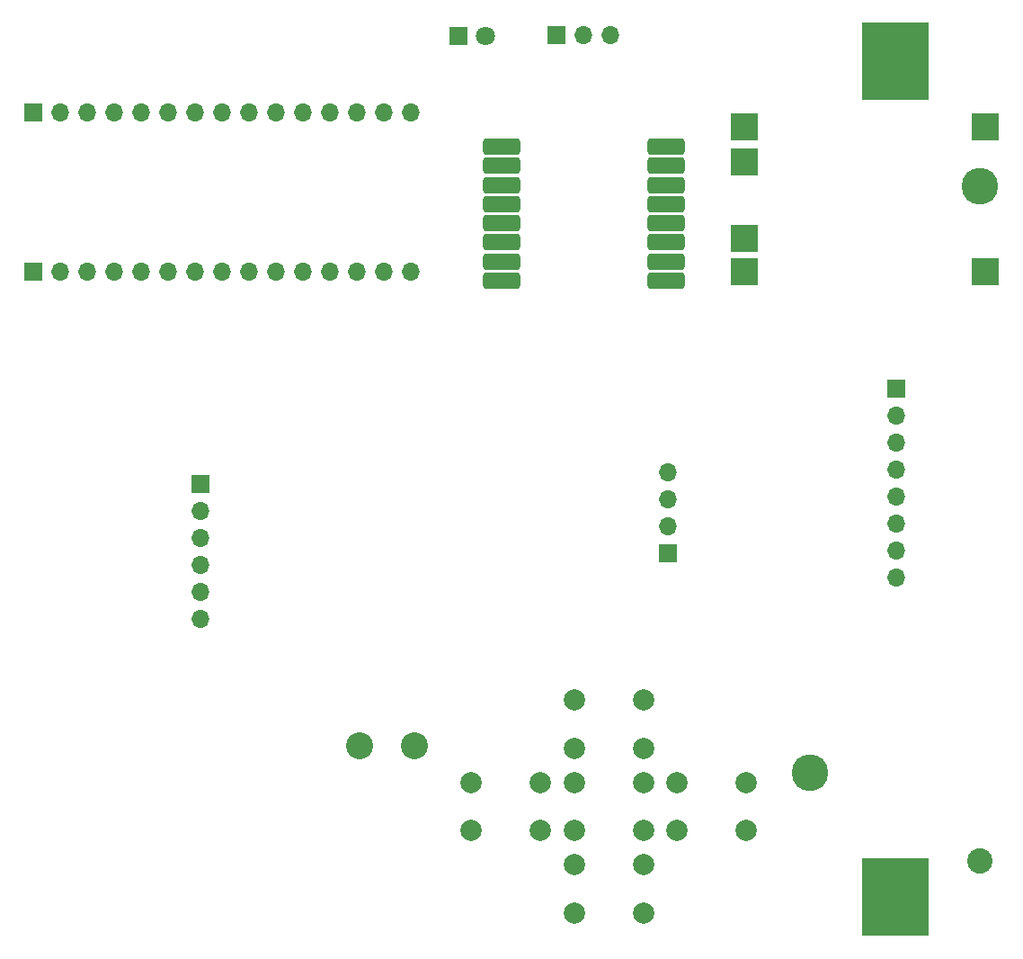
<source format=gbr>
%TF.GenerationSoftware,KiCad,Pcbnew,9.0.0*%
%TF.CreationDate,2025-06-04T20:24:48+02:00*%
%TF.ProjectId,capibarazeroPCB,63617069-6261-4726-917a-65726f504342,rev?*%
%TF.SameCoordinates,Original*%
%TF.FileFunction,Soldermask,Bot*%
%TF.FilePolarity,Negative*%
%FSLAX46Y46*%
G04 Gerber Fmt 4.6, Leading zero omitted, Abs format (unit mm)*
G04 Created by KiCad (PCBNEW 9.0.0) date 2025-06-04 20:24:48*
%MOMM*%
%LPD*%
G01*
G04 APERTURE LIST*
G04 Aperture macros list*
%AMRoundRect*
0 Rectangle with rounded corners*
0 $1 Rounding radius*
0 $2 $3 $4 $5 $6 $7 $8 $9 X,Y pos of 4 corners*
0 Add a 4 corners polygon primitive as box body*
4,1,4,$2,$3,$4,$5,$6,$7,$8,$9,$2,$3,0*
0 Add four circle primitives for the rounded corners*
1,1,$1+$1,$2,$3*
1,1,$1+$1,$4,$5*
1,1,$1+$1,$6,$7*
1,1,$1+$1,$8,$9*
0 Add four rect primitives between the rounded corners*
20,1,$1+$1,$2,$3,$4,$5,0*
20,1,$1+$1,$4,$5,$6,$7,0*
20,1,$1+$1,$6,$7,$8,$9,0*
20,1,$1+$1,$8,$9,$2,$3,0*%
G04 Aperture macros list end*
%ADD10C,2.390000*%
%ADD11C,3.450000*%
%ADD12R,6.350000X7.340000*%
%ADD13C,2.540000*%
%ADD14R,1.700000X1.700000*%
%ADD15O,1.700000X1.700000*%
%ADD16RoundRect,0.250000X-1.500000X-0.500000X1.500000X-0.500000X1.500000X0.500000X-1.500000X0.500000X0*%
%ADD17C,2.000000*%
%ADD18R,1.800000X1.800000*%
%ADD19C,1.800000*%
%ADD20R,2.540000X2.540000*%
G04 APERTURE END LIST*
D10*
%TO.C,BT1*%
X185000000Y-143030000D03*
D11*
X169000000Y-134700000D03*
X185000000Y-79500000D03*
D12*
X177000000Y-146430000D03*
X177000000Y-67770000D03*
%TD*%
D13*
%TO.C,SW1*%
X126600000Y-132200000D03*
X131750000Y-132200000D03*
%TD*%
D14*
%TO.C,J3*%
X111600000Y-107570000D03*
D15*
X111600000Y-110110000D03*
X111600000Y-112650000D03*
X111600000Y-115190000D03*
X111600000Y-117730000D03*
X111600000Y-120270000D03*
%TD*%
D14*
%TO.C,J6*%
X145150000Y-65300000D03*
D15*
X147690000Y-65300000D03*
X150230000Y-65300000D03*
%TD*%
D14*
%TO.C,J4*%
X155619000Y-114077000D03*
D15*
X155619000Y-111537000D03*
X155619000Y-108997000D03*
X155619000Y-106457000D03*
%TD*%
D14*
%TO.C,J5*%
X177100000Y-98570000D03*
D15*
X177100000Y-101110000D03*
X177100000Y-103650000D03*
X177100000Y-106190000D03*
X177100000Y-108730000D03*
X177100000Y-111270000D03*
X177100000Y-113810000D03*
X177100000Y-116350000D03*
%TD*%
D14*
%TO.C,J1*%
X95860000Y-72600000D03*
D15*
X98400000Y-72600000D03*
X100940000Y-72600000D03*
X103480000Y-72600000D03*
X106020000Y-72600000D03*
X108560000Y-72600000D03*
X111100000Y-72600000D03*
X113640000Y-72600000D03*
X116180000Y-72600000D03*
X118720000Y-72600000D03*
X121260000Y-72600000D03*
X123800000Y-72600000D03*
X126340000Y-72600000D03*
X128880000Y-72600000D03*
X131420000Y-72600000D03*
%TD*%
D14*
%TO.C,J2*%
X95860000Y-87600000D03*
D15*
X98400000Y-87600000D03*
X100940000Y-87600000D03*
X103480000Y-87600000D03*
X106020000Y-87600000D03*
X108560000Y-87600000D03*
X111100000Y-87600000D03*
X113640000Y-87600000D03*
X116180000Y-87600000D03*
X118720000Y-87600000D03*
X121260000Y-87600000D03*
X123800000Y-87600000D03*
X126340000Y-87600000D03*
X128880000Y-87600000D03*
X131420000Y-87600000D03*
%TD*%
D16*
%TO.C,U1*%
X139992000Y-88406000D03*
X139992000Y-86606000D03*
X139992000Y-84806000D03*
X139992000Y-83006000D03*
X139992000Y-81206000D03*
X139992000Y-79406000D03*
X139992000Y-77606000D03*
X139992000Y-75806000D03*
X155492000Y-75806000D03*
X155492000Y-77606000D03*
X155492000Y-79406000D03*
X155492000Y-81206000D03*
X155492000Y-83006000D03*
X155492000Y-84806000D03*
X155492000Y-86606000D03*
X155492000Y-88406000D03*
%TD*%
D17*
%TO.C,SW5_B1*%
X146800000Y-143400000D03*
X153300000Y-143400000D03*
X146800000Y-147900000D03*
X153300000Y-147900000D03*
%TD*%
%TO.C,SW4_T1*%
X146850000Y-127900000D03*
X153350000Y-127900000D03*
X146850000Y-132400000D03*
X153350000Y-132400000D03*
%TD*%
%TO.C,SW3_M1*%
X146800000Y-135650000D03*
X153300000Y-135650000D03*
X146800000Y-140150000D03*
X153300000Y-140150000D03*
%TD*%
%TO.C,SW2_L1*%
X137100000Y-135650000D03*
X143600000Y-135650000D03*
X137100000Y-140150000D03*
X143600000Y-140150000D03*
%TD*%
%TO.C,SW1_R1*%
X156500000Y-135650000D03*
X163000000Y-135650000D03*
X156500000Y-140150000D03*
X163000000Y-140150000D03*
%TD*%
D18*
%TO.C,D1*%
X135910000Y-65350000D03*
D19*
X138450000Y-65350000D03*
%TD*%
D20*
%TO.C,BMS1*%
X162850000Y-73950000D03*
X162850000Y-77200000D03*
X162850000Y-84450000D03*
X162850000Y-87550000D03*
X185550000Y-73950000D03*
X185550000Y-87550000D03*
%TD*%
M02*

</source>
